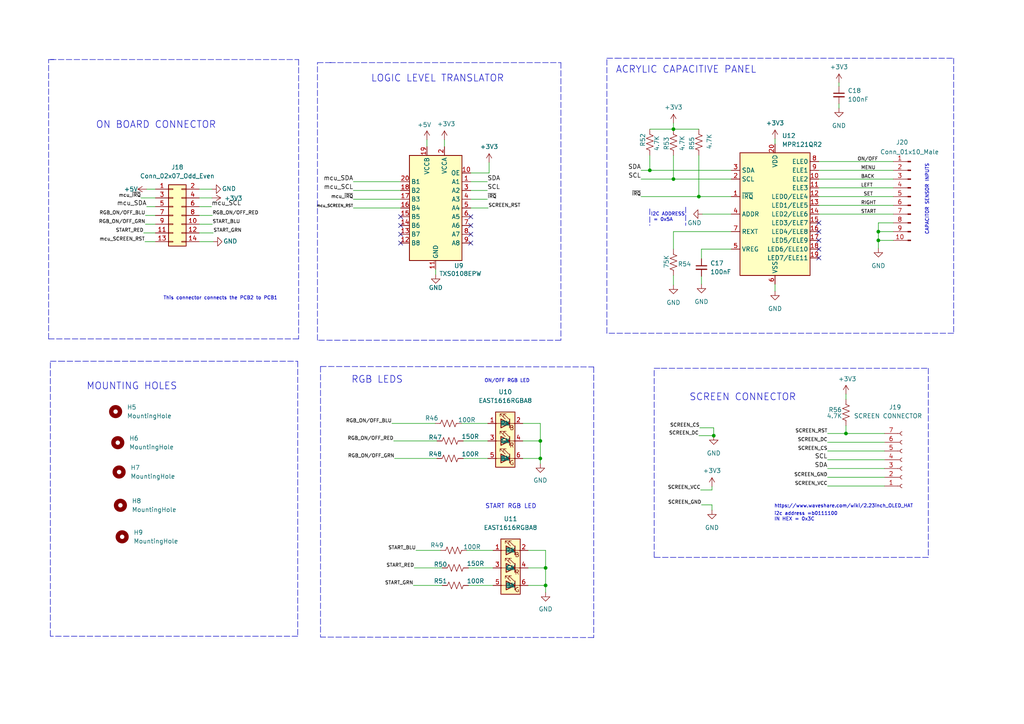
<source format=kicad_sch>
(kicad_sch (version 20211123) (generator eeschema)
  (paper "A4")
  (title_block (title "DISHWASHER") (date "2022-02-01") (rev "1") (company "STEEL FORM") (comment 2 "Reviewed by:"))
  (lib_symbols
    (symbol "Connector:Conn_01x07_Female" (pin_names (offset 1.016) hide)
      (property "Reference" "J" (at 0 10.16 0))
      (property "Value" "Conn_01x07_Female" (at 0 -10.16 0))
      (symbol "Conn_01x07_Female_1_1"
        (arc (start 0 -7.112) (mid -0.508 -7.62) (end 0 -8.128) (stroke (width 0.1524)))
        (arc (start 0 -4.572) (mid -0.508 -5.08) (end 0 -5.588) (stroke (width 0.1524)))
        (arc (start 0 -2.032) (mid -0.508 -2.54) (end 0 -3.048) (stroke (width 0.1524)))
        (polyline (pts (xy -1.27 -7.62) (xy -0.508 -7.62)) (stroke (width 0.1524)))
        (polyline (pts (xy -1.27 -5.08) (xy -0.508 -5.08)) (stroke (width 0.1524)))
        (polyline (pts (xy -1.27 -2.54) (xy -0.508 -2.54)) (stroke (width 0.1524)))
        (polyline (pts (xy -1.27 0) (xy -0.508 0)) (stroke (width 0.1524)))
        (polyline (pts (xy -1.27 2.54) (xy -0.508 2.54)) (stroke (width 0.1524)))
        (polyline (pts (xy -1.27 5.08) (xy -0.508 5.08)) (stroke (width 0.1524)))
        (polyline (pts (xy -1.27 7.62) (xy -0.508 7.62)) (stroke (width 0.1524)))
        (arc (start 0 0.508) (mid -0.508 0) (end 0 -0.508) (stroke (width 0.1524)))
        (arc (start 0 3.048) (mid -0.508 2.54) (end 0 2.032) (stroke (width 0.1524)))
        (arc (start 0 5.588) (mid -0.508 5.08) (end 0 4.572) (stroke (width 0.1524)))
        (arc (start 0 8.128) (mid -0.508 7.62) (end 0 7.112) (stroke (width 0.1524)))
        (pin passive line (at -5.08 7.62 0) (length 3.81) (name "Pin_1") (number "1"))
        (pin passive line (at -5.08 5.08 0) (length 3.81) (name "Pin_2") (number "2"))
        (pin passive line (at -5.08 2.54 0) (length 3.81) (name "Pin_3") (number "3"))
        (pin passive line (at -5.08 0 0) (length 3.81) (name "Pin_4") (number "4"))
        (pin passive line (at -5.08 -2.54 0) (length 3.81) (name "Pin_5") (number "5"))
        (pin passive line (at -5.08 -5.08 0) (length 3.81) (name "Pin_6") (number "6"))
        (pin passive line (at -5.08 -7.62 0) (length 3.81) (name "Pin_7") (number "7"))
      )
    )
    (symbol "Connector:Conn_01x10_Male" (pin_names (offset 1.016) hide)
      (property "Reference" "J" (at 0 12.7 0))
      (property "Value" "Conn_01x10_Male" (at 0 -15.24 0))
      (symbol "Conn_01x10_Male_1_1"
        (polyline (pts (xy 1.27 -12.7) (xy 0.8636 -12.7)) (stroke (width 0.1524)))
        (polyline (pts (xy 1.27 -10.16) (xy 0.8636 -10.16)) (stroke (width 0.1524)))
        (polyline (pts (xy 1.27 -7.62) (xy 0.8636 -7.62)) (stroke (width 0.1524)))
        (polyline (pts (xy 1.27 -5.08) (xy 0.8636 -5.08)) (stroke (width 0.1524)))
        (polyline (pts (xy 1.27 -2.54) (xy 0.8636 -2.54)) (stroke (width 0.1524)))
        (polyline (pts (xy 1.27 0) (xy 0.8636 0)) (stroke (width 0.1524)))
        (polyline (pts (xy 1.27 2.54) (xy 0.8636 2.54)) (stroke (width 0.1524)))
        (polyline (pts (xy 1.27 5.08) (xy 0.8636 5.08)) (stroke (width 0.1524)))
        (polyline (pts (xy 1.27 7.62) (xy 0.8636 7.62)) (stroke (width 0.1524)))
        (polyline (pts (xy 1.27 10.16) (xy 0.8636 10.16)) (stroke (width 0.1524)))
        (rectangle (start 0.8636 -12.573) (end 0 -12.827) (stroke (width 0.1524)) (fill (type outline)))
        (rectangle (start 0.8636 -10.033) (end 0 -10.287) (stroke (width 0.1524)) (fill (type outline)))
        (rectangle (start 0.8636 -7.493) (end 0 -7.747) (stroke (width 0.1524)) (fill (type outline)))
        (rectangle (start 0.8636 -4.953) (end 0 -5.207) (stroke (width 0.1524)) (fill (type outline)))
        (rectangle (start 0.8636 -2.413) (end 0 -2.667) (stroke (width 0.1524)) (fill (type outline)))
        (rectangle (start 0.8636 0.127) (end 0 -0.127) (stroke (width 0.1524)) (fill (type outline)))
        (rectangle (start 0.8636 2.667) (end 0 2.413) (stroke (width 0.1524)) (fill (type outline)))
        (rectangle (start 0.8636 5.207) (end 0 4.953) (stroke (width 0.1524)) (fill (type outline)))
        (rectangle (start 0.8636 7.747) (end 0 7.493) (stroke (width 0.1524)) (fill (type outline)))
        (rectangle (start 0.8636 10.287) (end 0 10.033) (stroke (width 0.1524)) (fill (type outline)))
        (pin passive line (at 5.08 10.16 180) (length 3.81) (name "Pin_1") (number "1"))
        (pin passive line (at 5.08 -12.7 180) (length 3.81) (name "Pin_10") (number "10"))
        (pin passive line (at 5.08 7.62 180) (length 3.81) (name "Pin_2") (number "2"))
        (pin passive line (at 5.08 5.08 180) (length 3.81) (name "Pin_3") (number "3"))
        (pin passive line (at 5.08 2.54 180) (length 3.81) (name "Pin_4") (number "4"))
        (pin passive line (at 5.08 0 180) (length 3.81) (name "Pin_5") (number "5"))
        (pin passive line (at 5.08 -2.54 180) (length 3.81) (name "Pin_6") (number "6"))
        (pin passive line (at 5.08 -5.08 180) (length 3.81) (name "Pin_7") (number "7"))
        (pin passive line (at 5.08 -7.62 180) (length 3.81) (name "Pin_8") (number "8"))
        (pin passive line (at 5.08 -10.16 180) (length 3.81) (name "Pin_9") (number "9"))
      )
    )
    (symbol "Connector_Generic:Conn_02x07_Odd_Even" (pin_names (offset 1.016) hide)
      (property "Reference" "J" (at 1.27 10.16 0))
      (property "Value" "Conn_02x07_Odd_Even" (at 1.27 -10.16 0))
      (symbol "Conn_02x07_Odd_Even_1_1"
        (rectangle (start -1.27 -7.493) (end 0 -7.747) (stroke (width 0.1524)))
        (rectangle (start -1.27 -4.953) (end 0 -5.207) (stroke (width 0.1524)))
        (rectangle (start -1.27 -2.413) (end 0 -2.667) (stroke (width 0.1524)))
        (rectangle (start -1.27 0.127) (end 0 -0.127) (stroke (width 0.1524)))
        (rectangle (start -1.27 2.667) (end 0 2.413) (stroke (width 0.1524)))
        (rectangle (start -1.27 5.207) (end 0 4.953) (stroke (width 0.1524)))
        (rectangle (start -1.27 7.747) (end 0 7.493) (stroke (width 0.1524)))
        (rectangle (start -1.27 8.89) (end 3.81 -8.89) (stroke (width 0.254)) (fill (type background)))
        (rectangle (start 3.81 -7.493) (end 2.54 -7.747) (stroke (width 0.1524)))
        (rectangle (start 3.81 -4.953) (end 2.54 -5.207) (stroke (width 0.1524)))
        (rectangle (start 3.81 -2.413) (end 2.54 -2.667) (stroke (width 0.1524)))
        (rectangle (start 3.81 0.127) (end 2.54 -0.127) (stroke (width 0.1524)))
        (rectangle (start 3.81 2.667) (end 2.54 2.413) (stroke (width 0.1524)))
        (rectangle (start 3.81 5.207) (end 2.54 4.953) (stroke (width 0.1524)))
        (rectangle (start 3.81 7.747) (end 2.54 7.493) (stroke (width 0.1524)))
        (pin passive line (at -5.08 7.62 0) (length 3.81) (name "Pin_1") (number "1"))
        (pin passive line (at 7.62 -2.54 180) (length 3.81) (name "Pin_10") (number "10"))
        (pin passive line (at -5.08 -5.08 0) (length 3.81) (name "Pin_11") (number "11"))
        (pin passive line (at 7.62 -5.08 180) (length 3.81) (name "Pin_12") (number "12"))
        (pin passive line (at -5.08 -7.62 0) (length 3.81) (name "Pin_13") (number "13"))
        (pin passive line (at 7.62 -7.62 180) (length 3.81) (name "Pin_14") (number "14"))
        (pin passive line (at 7.62 7.62 180) (length 3.81) (name "Pin_2") (number "2"))
        (pin passive line (at -5.08 5.08 0) (length 3.81) (name "Pin_3") (number "3"))
        (pin passive line (at 7.62 5.08 180) (length 3.81) (name "Pin_4") (number "4"))
        (pin passive line (at -5.08 2.54 0) (length 3.81) (name "Pin_5") (number "5"))
        (pin passive line (at 7.62 2.54 180) (length 3.81) (name "Pin_6") (number "6"))
        (pin passive line (at -5.08 0 0) (length 3.81) (name "Pin_7") (number "7"))
        (pin passive line (at 7.62 0 180) (length 3.81) (name "Pin_8") (number "8"))
        (pin passive line (at -5.08 -2.54 0) (length 3.81) (name "Pin_9") (number "9"))
      )
    )
    (symbol "Device:C_Small" (pin_numbers hide) (pin_names (offset 0.254) hide)
      (property "Reference" "C" (at 0.254 1.778 0))
      (property "Value" "C_Small" (at 0.254 -2.032 0))
      (symbol "C_Small_0_1"
        (polyline (pts (xy -1.524 -0.508) (xy 1.524 -0.508)) (stroke (width 0.3302)))
        (polyline (pts (xy -1.524 0.508) (xy 1.524 0.508)) (stroke (width 0.3048)))
      )
      (symbol "C_Small_1_1"
        (pin passive line (at 0 2.54 270) (length 2.032) (name "~") (number "1"))
        (pin passive line (at 0 -2.54 90) (length 2.032) (name "~") (number "2"))
      )
    )
    (symbol "Device:R_US" (pin_numbers hide) (pin_names (offset 0))
      (property "Reference" "R" (at 2.54 0 90))
      (property "Value" "R_US" (at -2.54 0 90))
      (symbol "R_US_0_1"
        (polyline (pts (xy 0 -2.286) (xy 0 -2.54)))
        (polyline (pts (xy 0 2.286) (xy 0 2.54)))
        (polyline (pts (xy 0 -0.762) (xy 1.016 -1.143) (xy 0 -1.524) (xy -1.016 -1.905) (xy 0 -2.286)))
        (polyline (pts (xy 0 0.762) (xy 1.016 0.381) (xy 0 0) (xy -1.016 -0.381) (xy 0 -0.762)))
        (polyline (pts (xy 0 2.286) (xy 1.016 1.905) (xy 0 1.524) (xy -1.016 1.143) (xy 0 0.762)))
      )
      (symbol "R_US_1_1"
        (pin passive line (at 0 3.81 270) (length 1.27) (name "~") (number "1"))
        (pin passive line (at 0 -3.81 90) (length 1.27) (name "~") (number "2"))
      )
    )
    (symbol "GCL_Integrated-Circuits:EAST1616RGBA8" (pin_names (offset 1.016))
      (property "Reference" "U" (at 0 1.27 0))
      (property "Value" "EAST1616RGBA8" (at 0 -1.27 0))
      (symbol "EAST1616RGBA8_1_1"
        (polyline (pts (xy -1.27 -16.51) (xy -2.54 -16.51)))
        (polyline (pts (xy -1.27 -16.51) (xy 1.27 -16.51)))
        (polyline (pts (xy -1.27 -15.24) (xy -1.27 -17.78)) (stroke (width 0.254)))
        (polyline (pts (xy -1.27 -11.43) (xy -2.54 -11.43)))
        (polyline (pts (xy -1.27 -10.16) (xy -1.27 -12.7)) (stroke (width 0.254)))
        (polyline (pts (xy -1.27 -6.35) (xy -2.54 -6.35)))
        (polyline (pts (xy -1.27 -6.35) (xy 1.27 -6.35)))
        (polyline (pts (xy -1.27 -5.08) (xy -1.27 -7.62)) (stroke (width 0.254)))
        (polyline (pts (xy 1.27 -16.51) (xy 2.54 -16.51)))
        (polyline (pts (xy 1.27 -11.43) (xy -1.27 -11.43)))
        (polyline (pts (xy 1.27 -11.43) (xy 2.54 -11.43)))
        (polyline (pts (xy 1.27 -6.35) (xy 2.54 -6.35)))
        (polyline (pts (xy -1.27 -10.16) (xy -1.27 -12.7) (xy -1.27 -12.7)))
        (polyline (pts (xy -1.27 -5.08) (xy -1.27 -7.62) (xy -1.27 -7.62)))
        (polyline (pts (xy 1.27 -15.24) (xy 1.27 -17.78) (xy -1.27 -16.51) (xy 1.27 -15.24)) (stroke (width 0.254)))
        (polyline (pts (xy 1.27 -10.16) (xy 1.27 -12.7) (xy -1.27 -11.43) (xy 1.27 -10.16)) (stroke (width 0.254)))
        (polyline (pts (xy 1.27 -5.08) (xy 1.27 -7.62) (xy -1.27 -6.35) (xy 1.27 -5.08)) (stroke (width 0.254)))
        (polyline (pts (xy -1.016 -15.24) (xy 0.508 -13.716) (xy -0.254 -13.716) (xy 0.508 -13.716) (xy 0.508 -14.478)))
        (polyline (pts (xy -1.016 -10.16) (xy 0.508 -8.636) (xy -0.254 -8.636) (xy 0.508 -8.636) (xy 0.508 -9.398)))
        (polyline (pts (xy -1.016 -5.08) (xy 0.508 -3.556) (xy -0.254 -3.556) (xy 0.508 -3.556) (xy 0.508 -4.318)))
        (polyline (pts (xy 0 -15.24) (xy 1.524 -13.716) (xy 0.762 -13.716) (xy 1.524 -13.716) (xy 1.524 -14.478)))
        (polyline (pts (xy 0 -10.16) (xy 1.524 -8.636) (xy 0.762 -8.636) (xy 1.524 -8.636) (xy 1.524 -9.398)))
        (polyline (pts (xy 0 -5.08) (xy 1.524 -3.556) (xy 0.762 -3.556) (xy 1.524 -3.556) (xy 1.524 -4.318)))
        (rectangle (start 1.27 -12.7) (end 1.27 -10.16))
        (rectangle (start 1.27 -10.16) (end 1.27 -10.16))
        (rectangle (start 1.27 -7.62) (end 1.27 -5.08))
        (rectangle (start 1.27 -5.08) (end 1.27 -5.08))
        (rectangle (start 2.794 -3.048) (end -2.794 -19.05) (stroke (width 0.254)) (fill (type background)))
        (text "B" (at -1.905 -7.62 0) (effects (font (size 1.27 1.27))))
        (text "G" (at -1.905 -17.78 0) (effects (font (size 1.27 1.27))))
        (text "R" (at -1.905 -12.7 0) (effects (font (size 1.27 1.27))))
        (pin passive line (at 5.08 -6.35 180) (length 2.54) (name "RA") (number "1"))
        (pin passive line (at -5.08 -6.35 0) (length 2.54) (name "RK") (number "2"))
        (pin passive line (at 5.08 -11.43 180) (length 2.54) (name "GA") (number "3"))
        (pin passive line (at -5.08 -11.43 0) (length 2.54) (name "GK") (number "4"))
        (pin passive line (at 5.08 -16.51 180) (length 2.54) (name "BA") (number "5"))
        (pin passive line (at -5.08 -16.51 0) (length 2.54) (name "BK") (number "6"))
      )
    )
    (symbol "Logic_LevelTranslator:TXS0108EPW"
      (property "Reference" "U" (at -6.35 16.51 0))
      (property "Value" "TXS0108EPW" (at 3.81 16.51 0))
      (symbol "TXS0108EPW_0_1"
        (rectangle (start -7.62 15.24) (end 7.62 -15.24) (stroke (width 0.254)) (fill (type background)))
      )
      (symbol "TXS0108EPW_1_1"
        (pin bidirectional line (at -10.16 7.62 0) (length 2.54) (name "A1") (number "1"))
        (pin input line (at -10.16 10.16 0) (length 2.54) (name "OE") (number "10"))
        (pin power_in line (at 0 -17.78 90) (length 2.54) (name "GND") (number "11"))
        (pin bidirectional line (at 10.16 -10.16 180) (length 2.54) (name "B8") (number "12"))
        (pin bidirectional line (at 10.16 -7.62 180) (length 2.54) (name "B7") (number "13"))
        (pin bidirectional line (at 10.16 -5.08 180) (length 2.54) (name "B6") (number "14"))
        (pin bidirectional line (at 10.16 -2.54 180) (length 2.54) (name "B5") (number "15"))
        (pin bidirectional line (at 10.16 0 180) (length 2.54) (name "B4") (number "16"))
        (pin bidirectional line (at 10.16 2.54 180) (length 2.54) (name "B3") (number "17"))
        (pin bidirectional line (at 10.16 5.08 180) (length 2.54) (name "B2") (number "18"))
        (pin power_in line (at 2.54 17.78 270) (length 2.54) (name "VCCB") (number "19"))
        (pin power_in line (at -2.54 17.78 270) (length 2.54) (name "VCCA") (number "2"))
        (pin bidirectional line (at 10.16 7.62 180) (length 2.54) (name "B1") (number "20"))
        (pin bidirectional line (at -10.16 5.08 0) (length 2.54) (name "A2") (number "3"))
        (pin bidirectional line (at -10.16 2.54 0) (length 2.54) (name "A3") (number "4"))
        (pin bidirectional line (at -10.16 0 0) (length 2.54) (name "A4") (number "5"))
        (pin bidirectional line (at -10.16 -2.54 0) (length 2.54) (name "A5") (number "6"))
        (pin bidirectional line (at -10.16 -5.08 0) (length 2.54) (name "A6") (number "7"))
        (pin bidirectional line (at -10.16 -7.62 0) (length 2.54) (name "A7") (number "8"))
        (pin bidirectional line (at -10.16 -10.16 0) (length 2.54) (name "A8") (number "9"))
      )
    )
    (symbol "Mechanical:MountingHole" (pin_names (offset 1.016))
      (property "Reference" "H" (at 0 5.08 0))
      (property "Value" "MountingHole" (at 0 3.175 0))
      (symbol "MountingHole_0_1"
        (circle (center 0 0) (radius 1.27) (stroke (width 1.27)))
      )
    )
    (symbol "Sensor_Touch:MPR121QR2"
      (property "Reference" "U" (at -10.16 19.05 0))
      (property "Value" "MPR121QR2" (at 6.35 19.05 0))
      (symbol "MPR121QR2_0_1"
        (rectangle (start -10.16 17.78) (end 10.16 -17.78) (stroke (width 0.254)) (fill (type background)))
      )
      (symbol "MPR121QR2_1_1"
        (pin open_collector line (at -12.7 5.08 0) (length 2.54) (name "~{IRQ}") (number "1"))
        (pin passive line (at 12.7 10.16 180) (length 2.54) (name "ELE2") (number "10"))
        (pin passive line (at 12.7 7.62 180) (length 2.54) (name "ELE3") (number "11"))
        (pin passive line (at 12.7 5.08 180) (length 2.54) (name "LED0/ELE4") (number "12"))
        (pin passive line (at 12.7 2.54 180) (length 2.54) (name "LED1/ELE5") (number "13"))
        (pin passive line (at 12.7 0 180) (length 2.54) (name "LED2/ELE6") (number "14"))
        (pin passive line (at 12.7 -2.54 180) (length 2.54) (name "LED3/ELE7") (number "15"))
        (pin passive line (at 12.7 -5.08 180) (length 2.54) (name "LED4/ELE8") (number "16"))
        (pin passive line (at 12.7 -7.62 180) (length 2.54) (name "LED5/ELE9") (number "17"))
        (pin passive line (at 12.7 -10.16 180) (length 2.54) (name "LED6/ELE10") (number "18"))
        (pin passive line (at 12.7 -12.7 180) (length 2.54) (name "LED7/ELE11") (number "19"))
        (pin input line (at -12.7 10.16 0) (length 2.54) (name "SCL") (number "2"))
        (pin power_in line (at 0 20.32 270) (length 2.54) (name "VDD") (number "20"))
        (pin bidirectional line (at -12.7 12.7 0) (length 2.54) (name "SDA") (number "3"))
        (pin input line (at -12.7 0 0) (length 2.54) (name "ADDR") (number "4"))
        (pin passive line (at -12.7 -10.16 0) (length 2.54) (name "VREG") (number "5"))
        (pin power_in line (at 0 -20.32 90) (length 2.54) (name "VSS") (number "6"))
        (pin passive line (at -12.7 -5.08 0) (length 2.54) (name "REXT") (number "7"))
        (pin passive line (at 12.7 15.24 180) (length 2.54) (name "ELE0") (number "8"))
        (pin passive line (at 12.7 12.7 180) (length 2.54) (name "ELE1") (number "9"))
      )
    )
    (symbol "power:+3.3V" (power) (pin_names (offset 0))
      (property "Value" "+3.3V" (at 0 3.556 0))
      (symbol "+3.3V_0_1"
        (polyline (pts (xy -0.762 1.27) (xy 0 2.54)))
        (polyline (pts (xy 0 0) (xy 0 2.54)))
        (polyline (pts (xy 0 2.54) (xy 0.762 1.27)))
      )
      (symbol "+3.3V_1_1"
        (pin power_in line (at 0 0 90) (length 0) hide (name "+3V3") (number "1"))
      )
    )
    (symbol "power:+5V" (power) (pin_names (offset 0))
      (property "Value" "+5V" (at 0 3.556 0))
      (symbol "+5V_0_1"
        (polyline (pts (xy -0.762 1.27) (xy 0 2.54)))
        (polyline (pts (xy 0 0) (xy 0 2.54)))
        (polyline (pts (xy 0 2.54) (xy 0.762 1.27)))
      )
      (symbol "+5V_1_1"
        (pin power_in line (at 0 0 90) (length 0) hide (name "+5V") (number "1"))
      )
    )
    (symbol "power:GND" (power) (pin_names (offset 0))
      (property "Value" "GND" (at 0 -3.81 0))
      (symbol "GND_0_1"
        (polyline (pts (xy 0 0) (xy 0 -1.27) (xy 1.27 -1.27) (xy 0 -2.54) (xy -1.27 -1.27) (xy 0 -1.27)))
      )
      (symbol "GND_1_1"
        (pin power_in line (at 0 0 270) (length 0) hide (name "GND") (number "1"))
      )
    )
  )
  (junction (at 254.762 67.183))
  (junction (at 156.718 132.969))
  (junction (at 245.364 125.73))
  (junction (at 195.326 37.465))
  (junction (at 207.01 126.365))
  (junction (at 202.692 57.023))
  (junction (at 254.762 69.723))
  (junction (at 188.468 49.403))
  (junction (at 195.326 51.943))
  (junction (at 156.718 127.889))
  (junction (at 158.242 169.799))
  (junction (at 158.242 164.719))
  (no_connect (at 237.49 72.263))
  (no_connect (at 237.49 74.803))
  (no_connect (at 136.525 65.405))
  (no_connect (at 136.525 70.485))
  (no_connect (at 136.525 67.945))
  (no_connect (at 136.525 62.865))
  (no_connect (at 116.205 62.865))
  (no_connect (at 116.205 67.945))
  (no_connect (at 116.205 65.405))
  (no_connect (at 116.205 70.485))
  (no_connect (at 237.49 67.183))
  (no_connect (at 237.49 64.643))
  (no_connect (at 237.49 69.723))
  (polyline (pts (xy 178.562 16.891) (xy 276.606 16.891)))
  (polyline (pts (xy 269.24 106.807) (xy 269.24 161.671)))
  (wire (pts (xy 158.242 169.799) (xy 158.242 171.831)))
  (wire (pts (xy 42.164 62.484) (xy 45.085 62.484)))
  (wire (pts (xy 40.894 57.404) (xy 45.085 57.404)))
  (wire (pts (xy 57.785 54.864) (xy 61.468 54.864)))
  (wire (pts (xy 136.525 55.245) (xy 141.351 55.245)))
  (wire (pts (xy 254.762 69.723) (xy 254.762 72.009)))
  (wire (pts (xy 195.326 67.183) (xy 195.326 72.263)))
  (polyline (pts (xy 86.36 104.775) (xy 86.36 184.531)))
  (wire (pts (xy 237.49 46.863) (xy 259.08 46.863)))
  (wire (pts (xy 202.692 57.023) (xy 212.09 57.023)))
  (wire (pts (xy 136.525 60.325) (xy 141.605 60.325)))
  (wire (pts (xy 151.638 122.809) (xy 156.718 122.809)))
  (wire (pts (xy 135.89 169.799) (xy 143.002 169.799)))
  (wire (pts (xy 237.49 62.103) (xy 259.08 62.103)))
  (wire (pts (xy 243.332 24.003) (xy 243.332 25.019)))
  (wire (pts (xy 120.65 159.639) (xy 127.762 159.639)))
  (wire (pts (xy 156.718 132.969) (xy 156.718 134.493)))
  (polyline (pts (xy 86.614 98.298) (xy 14.097 98.298)))
  (wire (pts (xy 224.79 82.423) (xy 224.79 84.455)))
  (wire (pts (xy 195.326 51.943) (xy 212.09 51.943)))
  (wire (pts (xy 156.718 127.889) (xy 156.718 132.969)))
  (wire (pts (xy 57.785 70.104) (xy 61.849 70.104)))
  (polyline (pts (xy 189.738 106.807) (xy 191.77 106.807)))
  (wire (pts (xy 237.49 49.403) (xy 259.08 49.403)))
  (polyline (pts (xy 276.606 16.891) (xy 276.606 96.647)))
  (polyline (pts (xy 17.145 104.775) (xy 86.36 104.775)))
  (wire (pts (xy 153.162 164.719) (xy 158.242 164.719)))
  (polyline (pts (xy 86.36 184.531) (xy 14.605 184.531)))
  (wire (pts (xy 156.718 122.809) (xy 156.718 127.889)))
  (wire (pts (xy 240.03 130.81) (xy 256.54 130.81)))
  (wire (pts (xy 237.49 51.943) (xy 259.08 51.943)))
  (wire (pts (xy 240.03 140.97) (xy 256.54 140.97)))
  (wire (pts (xy 57.785 62.484) (xy 61.595 62.484)))
  (wire (pts (xy 136.525 50.165) (xy 141.859 50.165)))
  (wire (pts (xy 195.326 37.465) (xy 202.692 37.465)))
  (wire (pts (xy 237.49 54.483) (xy 259.08 54.483)))
  (wire (pts (xy 134.366 132.969) (xy 141.478 132.969)))
  (wire (pts (xy 114.427 132.969) (xy 126.746 132.969)))
  (polyline (pts (xy 14.097 98.298) (xy 14.097 17.272)))
  (wire (pts (xy 254.762 67.183) (xy 254.762 69.723)))
  (wire (pts (xy 237.49 57.023) (xy 259.08 57.023)))
  (polyline (pts (xy 189.738 161.671) (xy 189.738 106.807)))
  (wire (pts (xy 119.888 169.799) (xy 128.27 169.799)))
  (wire (pts (xy 188.468 45.085) (xy 188.468 49.403)))
  (wire (pts (xy 240.03 125.73) (xy 245.364 125.73)))
  (wire (pts (xy 123.825 40.513) (xy 123.825 42.545)))
  (wire (pts (xy 259.08 64.643) (xy 254.762 64.643)))
  (wire (pts (xy 237.49 59.563) (xy 259.08 59.563)))
  (wire (pts (xy 202.692 45.085) (xy 202.692 57.023)))
  (wire (pts (xy 203.2 142.113) (xy 206.502 142.113)))
  (polyline (pts (xy 86.614 17.272) (xy 86.614 98.298)))
  (wire (pts (xy 153.162 159.639) (xy 158.242 159.639)))
  (polyline (pts (xy 162.687 98.679) (xy 92.075 98.679)))
  (wire (pts (xy 136.525 57.785) (xy 141.351 57.785)))
  (wire (pts (xy 102.489 57.785) (xy 116.205 57.785)))
  (wire (pts (xy 203.454 80.137) (xy 203.454 82.423)))
  (wire (pts (xy 207.01 124.079) (xy 202.946 124.079)))
  (wire (pts (xy 202.692 126.365) (xy 207.01 126.365)))
  (wire (pts (xy 206.502 146.431) (xy 206.502 147.955)))
  (wire (pts (xy 45.085 70.104) (xy 42.037 70.104)))
  (polyline (pts (xy 95.631 18.161) (xy 162.687 18.161)))
  (polyline (pts (xy 172.212 184.912) (xy 92.964 184.785)))
  (wire (pts (xy 134.366 127.889) (xy 141.478 127.889)))
  (polyline (pts (xy 14.097 17.272) (xy 15.621 17.272)))
  (wire (pts (xy 240.03 135.89) (xy 256.54 135.89)))
  (wire (pts (xy 135.89 164.719) (xy 143.002 164.719)))
  (wire (pts (xy 203.454 75.057) (xy 203.454 72.263)))
  (wire (pts (xy 102.489 52.705) (xy 116.205 52.705)))
  (wire (pts (xy 141.859 47.117) (xy 141.859 50.165)))
  (wire (pts (xy 203.708 62.103) (xy 212.09 62.103)))
  (wire (pts (xy 207.01 126.365) (xy 207.01 124.079)))
  (wire (pts (xy 42.164 65.024) (xy 45.085 65.024)))
  (polyline (pts (xy 269.24 161.671) (xy 189.738 161.671)))
  (wire (pts (xy 195.326 45.085) (xy 195.326 51.943)))
  (wire (pts (xy 188.468 49.403) (xy 212.09 49.403)))
  (wire (pts (xy 206.502 142.113) (xy 206.502 141.097)))
  (wire (pts (xy 212.09 67.183) (xy 195.326 67.183)))
  (polyline (pts (xy 14.605 104.775) (xy 17.399 104.775)))
  (polyline (pts (xy 14.605 184.531) (xy 14.605 104.775)))
  (wire (pts (xy 245.364 125.73) (xy 256.54 125.73)))
  (polyline (pts (xy 191.77 106.807) (xy 269.24 106.807)))
  (polyline (pts (xy 198.882 60.071) (xy 198.882 65.405)))
  (wire (pts (xy 126.365 78.105) (xy 126.365 79.629)))
  (polyline (pts (xy 92.964 106.299) (xy 92.964 184.785)))
  (polyline (pts (xy 172.212 106.426) (xy 172.212 184.912)))
  (wire (pts (xy 136.525 52.705) (xy 141.351 52.705)))
  (wire (pts (xy 151.638 127.889) (xy 156.718 127.889)))
  (wire (pts (xy 114.173 127.889) (xy 126.746 127.889)))
  (wire (pts (xy 224.79 40.259) (xy 224.79 41.783)))
  (wire (pts (xy 158.242 169.799) (xy 153.162 169.799)))
  (wire (pts (xy 185.928 49.403) (xy 188.468 49.403)))
  (wire (pts (xy 128.905 40.513) (xy 128.905 42.545)))
  (polyline (pts (xy 92.075 18.161) (xy 96.139 18.161)))
  (wire (pts (xy 42.545 54.864) (xy 45.085 54.864)))
  (polyline (pts (xy 92.964 106.299) (xy 172.212 106.426)))
  (wire (pts (xy 185.928 57.023) (xy 202.692 57.023)))
  (wire (pts (xy 188.468 37.465) (xy 195.326 37.465)))
  (wire (pts (xy 141.478 122.809) (xy 133.858 122.809)))
  (wire (pts (xy 158.242 164.719) (xy 158.242 169.799)))
  (wire (pts (xy 240.03 138.43) (xy 256.54 138.43)))
  (wire (pts (xy 57.785 57.404) (xy 61.468 57.404)))
  (wire (pts (xy 254.762 69.723) (xy 259.08 69.723)))
  (wire (pts (xy 254.762 67.183) (xy 259.08 67.183)))
  (wire (pts (xy 57.785 67.564) (xy 61.849 67.564)))
  (wire (pts (xy 143.002 159.639) (xy 135.382 159.639)))
  (polyline (pts (xy 92.075 98.679) (xy 92.075 18.161)))
  (wire (pts (xy 240.03 133.35) (xy 256.54 133.35)))
  (wire (pts (xy 158.242 159.639) (xy 158.242 164.719)))
  (wire (pts (xy 203.454 146.431) (xy 206.502 146.431)))
  (polyline (pts (xy 162.687 18.161) (xy 162.687 98.679)))
  (wire (pts (xy 120.142 164.719) (xy 128.27 164.719)))
  (wire (pts (xy 243.332 30.099) (xy 243.332 31.369)))
  (wire (pts (xy 42.545 59.944) (xy 45.085 59.944)))
  (wire (pts (xy 185.928 51.943) (xy 195.326 51.943)))
  (wire (pts (xy 195.326 35.687) (xy 195.326 37.465)))
  (polyline (pts (xy 14.605 17.272) (xy 86.614 17.272)))
  (wire (pts (xy 195.326 79.883) (xy 195.326 82.677)))
  (wire (pts (xy 151.638 132.969) (xy 156.718 132.969)))
  (polyline (pts (xy 188.468 60.579) (xy 188.468 65.405)))
  (wire (pts (xy 113.665 122.809) (xy 126.238 122.809)))
  (polyline (pts (xy 176.022 96.647) (xy 176.022 16.891)))
  (wire (pts (xy 41.656 67.564) (xy 45.085 67.564)))
  (wire (pts (xy 57.785 59.944) (xy 61.341 59.944)))
  (wire (pts (xy 57.785 65.024) (xy 61.595 65.024)))
  (wire (pts (xy 102.489 60.325) (xy 116.205 60.325)))
  (wire (pts (xy 245.364 114.3) (xy 245.364 115.824)))
  (wire (pts (xy 203.454 72.263) (xy 212.09 72.263)))
  (wire (pts (xy 254.762 64.643) (xy 254.762 67.183)))
  (wire (pts (xy 240.03 128.27) (xy 256.54 128.27)))
  (polyline (pts (xy 176.022 16.891) (xy 179.324 16.891)))
  (wire (pts (xy 245.364 123.444) (xy 245.364 125.73)))
  (wire (pts (xy 102.489 55.245) (xy 116.205 55.245)))
  (polyline (pts (xy 276.606 96.647) (xy 176.022 96.647)))
  (text "START RGB LED" (at 140.716 147.701 0) (effects (font (size 1.27 1.27)) (justify left bottom)))
  (text "ACRYLIC CAPACITIVE PANEL" (at 178.562 21.463 0) (effects (font (size 2 2)) (justify left bottom)))
  (text "RGB LEDS" (at 101.854 111.379 0) (effects (font (size 2 2)) (justify left bottom)))
  (text "This connector connects the PCB2 to PCB1" (at 80.518 87.122 180) (effects (font (size 0.9906 0.9906)) (justify right bottom)))
  (text "https://www.waveshare.com/wiki/2.23inch_OLED_HAT" (at 224.536 147.447 0) (effects (font (size 0.9906 0.9906)) (justify left bottom)))
  (text "ON BOARD CONNECTOR" (at 62.738 37.465 180) (effects (font (size 2 2)) (justify right bottom)))
  (text "ON/OFF RGB LED" (at 140.462 111.125 0) (effects (font (size 0.9906 0.9906)) (justify left bottom)))
  (text "MOUNTING HOLES" (at 51.435 113.284 180) (effects (font (size 2 2)) (justify right bottom)))
  (text "CAPACITOR SENSOR INPUTS" (at 269.494 68.199 90) (effects (font (size 0.9906 0.9906)) (justify left bottom)))
  (text "SCREEN CONNECTOR" (at 199.898 116.459 0) (effects (font (size 2 2)) (justify left bottom)))
  (text "i2c address =b0111100\nIN HEX = 0x3C" (at 224.536 151.257 0) (effects (font (size 0.9906 0.9906)) (justify left bottom)))
  (text "LOGIC LEVEL TRANSLATOR" (at 107.569 24.003 0) (effects (font (size 2 2)) (justify left bottom)))
  (text "I2C ADDRESS\n = 0x5A" (at 188.722 64.389 0) (effects (font (size 0.9906 0.9906)) (justify left bottom)))
  (label "SCL" (at 185.928 51.943 180))
  (label "RGB_ON{slash}OFF_BLU" (at 113.665 122.809 180) (effects (font (size 0.9906 0.9906))))
  (label "mcu_SDA" (at 42.545 59.944 180))
  (label "SCREEN_GND" (at 240.03 138.43 180) (effects (font (size 0.9906 0.9906))))
  (label "RGB_ON{slash}OFF_BLU" (at 42.164 62.484 180) (effects (font (size 0.9906 0.9906))))
  (label "SET" (at 250.444 57.023 0) (effects (font (size 0.9906 0.9906))))
  (label "SDA" (at 185.928 49.403 180))
  (label "SDA" (at 141.351 52.705 0))
  (label "SCREEN_CS" (at 202.946 124.079 180) (effects (font (size 0.9906 0.9906))))
  (label "mcu_~{IRQ}" (at 40.894 57.404 180) (effects (font (size 0.9906 0.9906))))
  (label "START_BLU" (at 61.595 65.024 0) (effects (font (size 0.9906 0.9906))))
  (label "mcu_SDA" (at 102.489 52.705 180))
  (label "~{IRQ}" (at 141.351 57.785 0) (effects (font (size 0.9906 0.9906))))
  (label "SCREEN_VCC" (at 240.03 140.97 180) (effects (font (size 0.9906 0.9906))))
  (label "START_RED" (at 120.142 164.719 180) (effects (font (size 0.9906 0.9906))))
  (label "MENU" (at 249.682 49.403 0) (effects (font (size 0.9906 0.9906))))
  (label "SCREEN_DC" (at 240.03 128.27 180) (effects (font (size 0.9906 0.9906))))
  (label "SCREEN_RST" (at 141.605 60.325 0) (effects (font (size 0.9906 0.9906))))
  (label "ON{slash}OFF" (at 248.666 46.863 0) (effects (font (size 0.9906 0.9906))))
  (label "SCL" (at 240.03 133.35 180))
  (label "SCREEN_DC" (at 202.692 126.365 180) (effects (font (size 0.9906 0.9906))))
  (label "SCREEN_RST" (at 240.03 125.73 180) (effects (font (size 0.9906 0.9906))))
  (label "mcu_SCL" (at 61.341 59.944 0))
  (label "SCREEN_GND" (at 203.454 146.431 180) (effects (font (size 0.9906 0.9906))))
  (label "RGB_ON{slash}OFF_GRN" (at 114.427 132.969 180) (effects (font (size 0.9906 0.9906))))
  (label "mcu_~{IRQ}" (at 102.489 57.785 180) (effects (font (size 0.9906 0.9906))))
  (label "RGB_ON{slash}OFF_RED" (at 114.173 127.889 180) (effects (font (size 0.9906 0.9906))))
  (label "mcu_SCREEN_RST" (at 102.489 60.325 180) (effects (font (size 0.8 0.8))))
  (label "mcu_SCREEN_RST" (at 42.037 70.104 180) (effects (font (size 0.9906 0.9906))))
  (label "START_RED" (at 41.656 67.564 180) (effects (font (size 0.9906 0.9906))))
  (label "RIGHT" (at 249.682 59.563 0) (effects (font (size 0.9906 0.9906))))
  (label "SCL" (at 141.351 55.245 0))
  (label "mcu_SCL" (at 102.489 55.245 180))
  (label "SCREEN_CS" (at 240.03 130.81 180) (effects (font (size 0.9906 0.9906))))
  (label "BACK" (at 249.682 51.943 0) (effects (font (size 0.9906 0.9906))))
  (label "SCREEN_VCC" (at 203.2 142.113 180) (effects (font (size 0.9906 0.9906))))
  (label "START_GRN" (at 61.849 67.564 0) (effects (font (size 0.9906 0.9906))))
  (label "~{IRQ}" (at 185.928 57.023 180) (effects (font (size 0.9906 0.9906))))
  (label "LEFT" (at 249.682 54.483 0) (effects (font (size 0.9906 0.9906))))
  (label "RGB_ON{slash}OFF_RED" (at 61.595 62.484 0) (effects (font (size 0.9906 0.9906))))
  (label "SDA" (at 240.03 135.89 180))
  (label "START_GRN" (at 119.888 169.799 180) (effects (font (size 0.9906 0.9906))))
  (label "START" (at 249.682 62.103 0) (effects (font (size 0.9906 0.9906))))
  (label "RGB_ON{slash}OFF_GRN" (at 42.164 65.024 180) (effects (font (size 0.9906 0.9906))))
  (label "START_BLU" (at 120.65 159.639 180) (effects (font (size 0.9906 0.9906))))
  (symbol (lib_id "power:GND") (at 243.332 31.369 0) (unit 1)
    (property "Reference" "#PWR094" (effects hide))
    (property "Value" "GND" (at 243.332 36.449 0))
  )
  (symbol (lib_id "Mechanical:MountingHole") (at 33.528 119.38 0) (unit 1)
    (property "Reference" "H5" (at 36.83 118.1099 0) (effects (justify left)))
    (property "Value" "MountingHole" (at 36.83 120.6499 0) (effects (justify left)))
    (property "Footprint" "MountingHole:MountingHole_4.3mm_M4" (effects hide))
  )
  (symbol (lib_id "Device:R_US") (at 130.048 122.809 90) (unit 1)
    (property "Reference" "R46" (at 125.222 121.285 90))
    (property "Value" "100R" (at 135.382 121.793 90))
    (property "Footprint" "Resistor_SMD:R_0603_1608Metric" (effects hide))
    (property "MPN" "RC0603FR-07100RL" (effects hide))
  )
  (symbol (lib_id "power:GND") (at 206.502 147.955 0) (unit 1)
    (property "Reference" "#PWR089" (effects hide))
    (property "Value" "GND" (at 206.502 153.035 0))
  )
  (symbol (lib_id "power:GND") (at 203.708 62.103 270) (unit 1)
    (property "Reference" "#PWR087" (effects hide))
    (property "Value" "GND" (at 199.39 64.643 90) (effects (justify left)))
  )
  (symbol (lib_id "Device:R_US") (at 195.326 41.275 0) (unit 1)
    (property "Reference" "R53" (at 193.294 43.561 90) (effects (justify left)))
    (property "Value" "4.7K" (at 197.866 43.815 90) (effects (justify left)))
    (property "Footprint" "Resistor_SMD:R_0603_1608Metric" (effects hide))
  )
  (symbol (lib_id "Device:R_US") (at 245.364 119.634 0) (unit 1)
    (property "Reference" "R56" (at 240.284 118.872 0) (effects (justify left)))
    (property "Value" "4.7K" (at 239.776 120.65 0) (effects (justify left)))
    (property "Footprint" "Resistor_SMD:R_0402_1005Metric" (effects hide))
  )
  (symbol (lib_id "Mechanical:MountingHole") (at 34.925 146.558 0) (unit 1)
    (property "Reference" "H8" (at 38.227 145.2879 0) (effects (justify left)))
    (property "Value" "MountingHole" (at 38.227 147.8279 0) (effects (justify left)))
    (property "Footprint" "MountingHole:MountingHole_4.3mm_M4" (effects hide))
  )
  (symbol (lib_id "Device:R_US") (at 130.556 132.969 90) (unit 1)
    (property "Reference" "R48" (at 126.238 131.699 90))
    (property "Value" "100R" (at 136.398 131.699 90))
    (property "Footprint" "Resistor_SMD:R_0603_1608Metric" (effects hide))
    (property "MPN" "RC0603FR-07100RL" (effects hide))
  )
  (symbol (lib_id "Device:R_US") (at 132.08 164.719 90) (unit 1)
    (property "Reference" "R50" (at 127.762 163.703 90))
    (property "Value" "150R" (at 137.922 163.449 90))
    (property "Footprint" "Resistor_SMD:R_0603_1608Metric" (effects hide))
    (property "MPN" "0603WAJ0151T5E" (effects hide))
  )
  (symbol (lib_id "power:+3.3V") (at 245.364 114.3 0) (unit 1)
    (property "Reference" "#PWR095" (effects hide))
    (property "Value" "+3.3V" (at 245.745 109.9058 0))
  )
  (symbol (lib_id "Device:R_US") (at 131.572 159.639 90) (unit 1)
    (property "Reference" "R49" (at 126.746 158.115 90))
    (property "Value" "100R" (at 136.906 158.623 90))
    (property "Footprint" "Resistor_SMD:R_0603_1608Metric" (effects hide))
    (property "MPN" "RC0603FR-07100RL" (effects hide))
  )
  (symbol (lib_id "Device:R_US") (at 202.692 41.275 0) (unit 1)
    (property "Reference" "R55" (at 200.66 43.561 90) (effects (justify left)))
    (property "Value" "4.7K" (at 205.74 43.307 90) (effects (justify left)))
    (property "Footprint" "Resistor_SMD:R_0603_1608Metric" (effects hide))
  )
  (symbol (lib_id "Device:R_US") (at 130.556 127.889 90) (unit 1)
    (property "Reference" "R47" (at 126.238 126.873 90))
    (property "Value" "150R" (at 136.398 126.619 90))
    (property "Footprint" "Resistor_SMD:R_0603_1608Metric" (effects hide))
    (property "MPN" "0603WAJ0151T5E" (effects hide))
  )
  (symbol (lib_id "Mechanical:MountingHole") (at 34.544 136.906 0) (unit 1)
    (property "Reference" "H7" (at 37.846 135.6359 0) (effects (justify left)))
    (property "Value" "MountingHole" (at 37.846 138.1759 0) (effects (justify left)))
    (property "Footprint" "MountingHole:MountingHole_4.3mm_M4" (effects hide))
  )
  (symbol (lib_id "Connector_Generic:Conn_02x07_Odd_Even") (at 50.165 62.484 0) (unit 1)
    (property "Reference" "J18" (at 51.435 48.514 0))
    (property "Value" "Conn_02x07_Odd_Even" (at 51.435 51.054 0))
    (property "Footprint" "Connector_IDC:IDC-Header_2x07_P2.54mm_Vertical" (effects hide))
  )
  (symbol (lib_id "power:GND") (at 207.01 126.365 0) (unit 1)
    (property "Reference" "#PWR090" (effects hide))
    (property "Value" "GND" (at 207.01 131.445 0))
  )
  (symbol (lib_id "GCL_Integrated-Circuits:EAST1616RGBA8") (at 148.082 153.289 0) (mirror y) (unit 1)
    (property "Reference" "U11" (at 148.082 150.495 0))
    (property "Value" "EAST1616RGBA8" (at 148.082 153.035 0))
    (property "Footprint" "greencharge-footprints:EAST1616RGBA8" (effects hide))
    (property "Datasheet" "https://www.digikey.com/en/products/detail/everlight-electronics-co-ltd/EAST1616RGBA8/11560367?s=N4IgTCBcDaIKIEEDKAVAjANkwJQOICEEAOEAXQF8g" (effects hide))
  )
  (symbol (lib_id "power:+3.3V") (at 195.326 35.687 0) (unit 1)
    (property "Reference" "#PWR084" (effects hide))
    (property "Value" "+3.3V" (at 195.326 31.115 0))
  )
  (symbol (lib_id "power:+3.3V") (at 243.332 24.003 0) (unit 1)
    (property "Reference" "#PWR093" (effects hide))
    (property "Value" "+3.3V" (at 243.332 19.431 0))
  )
  (symbol (lib_id "power:GND") (at 61.849 70.104 90) (unit 1)
    (property "Reference" "#PWR077" (effects hide))
    (property "Value" "GND" (at 68.834 69.977 90) (effects (justify left)))
  )
  (symbol (lib_id "Device:C_Small") (at 203.454 77.597 0) (unit 1)
    (property "Reference" "C17" (at 205.994 76.3332 0) (effects (justify left)))
    (property "Value" "100nF" (at 205.994 78.8732 0) (effects (justify left)))
    (property "Footprint" "Capacitor_SMD:C_0402_1005Metric" (effects hide))
  )
  (symbol (lib_id "Mechanical:MountingHole") (at 34.163 128.397 0) (unit 1)
    (property "Reference" "H6" (at 37.465 127.1269 0) (effects (justify left)))
    (property "Value" "MountingHole" (at 37.465 129.6669 0) (effects (justify left)))
    (property "Footprint" "MountingHole:MountingHole_4.3mm_M4" (effects hide))
  )
  (symbol (lib_id "power:+5V") (at 123.825 40.513 0) (unit 1)
    (property "Reference" "#PWR078" (effects hide))
    (property "Value" "+5V" (at 123.063 36.195 0))
  )
  (symbol (lib_id "power:GND") (at 158.242 171.831 0) (unit 1)
    (property "Reference" "#PWR083" (effects hide))
    (property "Value" "GND" (at 158.242 176.657 0))
  )
  (symbol (lib_id "power:GND") (at 61.468 54.864 90) (unit 1)
    (property "Reference" "#PWR075" (effects hide))
    (property "Value" "GND" (at 68.453 54.737 90) (effects (justify left)))
  )
  (symbol (lib_id "power:+3.3V") (at 206.502 141.097 0) (unit 1)
    (property "Reference" "#PWR088" (effects hide))
    (property "Value" "+3.3V" (at 206.502 136.525 0))
  )
  (symbol (lib_id "power:+3.3V") (at 61.468 57.404 270) (unit 1)
    (property "Reference" "#PWR076" (effects hide))
    (property "Value" "+3.3V" (at 67.691 57.531 90))
  )
  (symbol (lib_id "Connector:Conn_01x07_Female") (at 261.62 133.35 0) (mirror x) (unit 1)
    (property "Reference" "J19" (at 257.81 118.11 0) (effects (justify left)))
    (property "Value" "SCREEN CONNECTOR" (at 247.65 120.65 0) (effects (justify left)))
    (property "Footprint" "Connector_PinSocket_2.54mm:PinSocket_1x07_P2.54mm_Horizontal" (effects hide))
  )
  (symbol (lib_id "power:+3.3V") (at 224.79 40.259 0) (unit 1)
    (property "Reference" "#PWR091" (effects hide))
    (property "Value" "+3.3V" (at 224.79 35.687 0))
  )
  (symbol (lib_id "Mechanical:MountingHole") (at 35.433 155.702 0) (unit 1)
    (property "Reference" "H9" (at 38.735 154.4319 0) (effects (justify left)))
    (property "Value" "MountingHole" (at 38.735 156.9719 0) (effects (justify left)))
    (property "Footprint" "MountingHole:MountingHole_4.3mm_M4" (effects hide))
  )
  (symbol (lib_id "power:GND") (at 254.762 72.009 0) (unit 1)
    (property "Reference" "#PWR096" (effects hide))
    (property "Value" "GND" (at 254.762 77.089 0))
  )
  (symbol (lib_id "GCL_Integrated-Circuits:EAST1616RGBA8") (at 146.558 116.459 0) (mirror y) (unit 1)
    (property "Reference" "U10" (at 146.558 113.665 0))
    (property "Value" "EAST1616RGBA8" (at 146.558 116.205 0))
    (property "Footprint" "greencharge-footprints:EAST1616RGBA8" (effects hide))
    (property "Datasheet" "https://www.digikey.com/en/products/detail/everlight-electronics-co-ltd/EAST1616RGBA8/11560367?s=N4IgTCBcDaIKIEEDKAVAjANkwJQOICEEAOEAXQF8g" (effects hide))
  )
  (symbol (lib_id "power:+5V") (at 42.545 54.864 90) (unit 1)
    (property "Reference" "#PWR074" (effects hide))
    (property "Value" "+5V" (at 37.973 54.864 90))
  )
  (symbol (lib_id "power:GND") (at 203.454 82.423 0) (unit 1)
    (property "Reference" "#PWR086" (effects hide))
    (property "Value" "GND" (at 203.454 87.503 0))
  )
  (symbol (lib_id "power:GND") (at 195.326 82.677 0) (unit 1)
    (property "Reference" "#PWR085" (effects hide))
    (property "Value" "GND" (at 195.326 87.757 0))
  )
  (symbol (lib_id "Logic_LevelTranslator:TXS0108EPW") (at 126.365 60.325 0) (mirror y) (unit 1)
    (property "Reference" "U9" (at 131.699 77.089 0) (effects (justify right)))
    (property "Value" "TXS0108EPW" (at 127.381 79.375 0) (effects (justify right)))
    (property "Footprint" "Package_SO:TSSOP-20_4.4x6.5mm_P0.65mm" (effects hide))
    (property "Datasheet" "www.ti.com/lit/ds/symlink/txs0108e.pdf" (effects hide))
  )
  (symbol (lib_id "power:GND") (at 224.79 84.455 0) (unit 1)
    (property "Reference" "#PWR092" (effects hide))
    (property "Value" "GND" (at 224.79 89.535 0))
  )
  (symbol (lib_id "Device:R_US") (at 132.08 169.799 90) (unit 1)
    (property "Reference" "R51" (at 127.762 168.529 90))
    (property "Value" "100R" (at 137.922 168.529 90))
    (property "Footprint" "Resistor_SMD:R_0603_1608Metric" (effects hide))
    (property "MPN" "RC0603FR-07100RL" (effects hide))
  )
  (symbol (lib_id "Device:R_US") (at 188.468 41.275 0) (unit 1)
    (property "Reference" "R52" (at 186.436 42.545 90) (effects (justify left)))
    (property "Value" "4.7K" (at 190.5 43.815 90) (effects (justify left)))
    (property "Footprint" "Resistor_SMD:R_0603_1608Metric" (effects hide))
  )
  (symbol (lib_id "power:+3.3V") (at 141.859 47.117 0) (unit 1)
    (property "Reference" "#PWR081" (effects hide))
    (property "Value" "+3.3V" (at 141.859 42.545 0))
  )
  (symbol (lib_id "power:+3.3V") (at 128.905 40.513 0) (unit 1)
    (property "Reference" "#PWR080" (effects hide))
    (property "Value" "+3.3V" (at 129.413 35.941 0))
  )
  (symbol (lib_id "Sensor_Touch:MPR121QR2") (at 224.79 62.103 0) (unit 1)
    (property "Reference" "U12" (at 226.8094 39.37 0) (effects (justify left)))
    (property "Value" "MPR121QR2" (at 226.8094 41.91 0) (effects (justify left)))
    (property "Footprint" "Package_DFN_QFN:UQFN-20_3x3mm_P0.4mm" (effects hide))
    (property "Datasheet" "https://resurgentsemi.com/wp-content/uploads/2018/09/MPR121_rev5-Resurgent.pdf?d453f8&d453f8" (effects hide))
  )
  (symbol (lib_id "Connector:Conn_01x10_Male") (at 264.16 57.023 0) (mirror y) (unit 1)
    (property "Reference" "J20" (at 259.842 41.275 0) (effects (justify right)))
    (property "Value" "Conn_01x10_Male" (at 255.27 44.069 0) (effects (justify right)))
    (property "Footprint" "greencharge-footprints:custom_connector_0.83pitch" (effects hide))
  )
  (symbol (lib_id "power:GND") (at 156.718 134.493 0) (unit 1)
    (property "Reference" "#PWR082" (effects hide))
    (property "Value" "GND" (at 156.718 139.319 0))
  )
  (symbol (lib_id "Device:R_US") (at 195.326 76.073 0) (unit 1)
    (property "Reference" "R54" (at 196.596 76.581 0) (effects (justify left)))
    (property "Value" "75K" (at 193.294 77.851 90) (effects (justify left)))
    (property "Footprint" "Resistor_SMD:R_0603_1608Metric" (effects hide))
  )
  (symbol (lib_id "power:GND") (at 126.365 79.629 0) (unit 1)
    (property "Reference" "#PWR079" (effects hide))
    (property "Value" "GND" (at 124.333 83.439 0) (effects (justify left)))
  )
  (symbol (lib_id "Device:C_Small") (at 243.332 27.559 0) (unit 1)
    (property "Reference" "C18" (at 245.872 26.2952 0) (effects (justify left)))
    (property "Value" "100nF" (at 245.872 28.8352 0) (effects (justify left)))
    (property "Footprint" "Capacitor_SMD:C_0402_1005Metric" (effects hide))
  )
)
</source>
